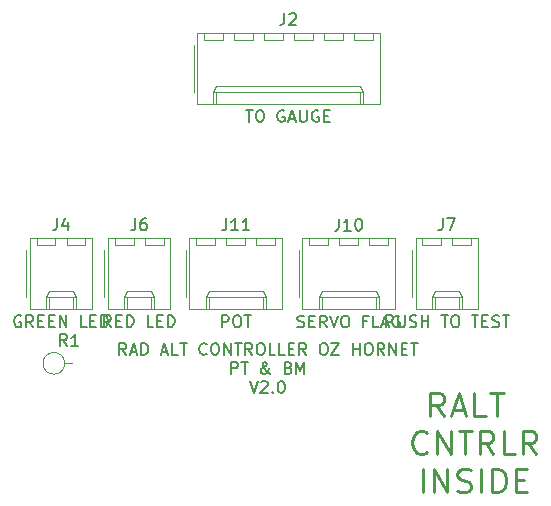
<source format=gbr>
G04 #@! TF.GenerationSoftware,KiCad,Pcbnew,7.0.9*
G04 #@! TF.CreationDate,2024-01-17T05:20:41+10:00*
G04 #@! TF.ProjectId,CONTROLLER_Radar Altimeter-V02,434f4e54-524f-44c4-9c45-525f52616461,1*
G04 #@! TF.SameCoordinates,Original*
G04 #@! TF.FileFunction,Legend,Top*
G04 #@! TF.FilePolarity,Positive*
%FSLAX46Y46*%
G04 Gerber Fmt 4.6, Leading zero omitted, Abs format (unit mm)*
G04 Created by KiCad (PCBNEW 7.0.9) date 2024-01-17 05:20:41*
%MOMM*%
%LPD*%
G01*
G04 APERTURE LIST*
%ADD10C,0.250000*%
%ADD11C,0.150000*%
%ADD12C,0.120000*%
G04 APERTURE END LIST*
D10*
X65688570Y-87302238D02*
X65021903Y-86349857D01*
X64545713Y-87302238D02*
X64545713Y-85302238D01*
X64545713Y-85302238D02*
X65307618Y-85302238D01*
X65307618Y-85302238D02*
X65498094Y-85397476D01*
X65498094Y-85397476D02*
X65593332Y-85492714D01*
X65593332Y-85492714D02*
X65688570Y-85683190D01*
X65688570Y-85683190D02*
X65688570Y-85968904D01*
X65688570Y-85968904D02*
X65593332Y-86159380D01*
X65593332Y-86159380D02*
X65498094Y-86254619D01*
X65498094Y-86254619D02*
X65307618Y-86349857D01*
X65307618Y-86349857D02*
X64545713Y-86349857D01*
X66450475Y-86730809D02*
X67402856Y-86730809D01*
X66259999Y-87302238D02*
X66926665Y-85302238D01*
X66926665Y-85302238D02*
X67593332Y-87302238D01*
X69212380Y-87302238D02*
X68259999Y-87302238D01*
X68259999Y-87302238D02*
X68259999Y-85302238D01*
X69593333Y-85302238D02*
X70736190Y-85302238D01*
X70164761Y-87302238D02*
X70164761Y-85302238D01*
X64259999Y-90331761D02*
X64164761Y-90427000D01*
X64164761Y-90427000D02*
X63879047Y-90522238D01*
X63879047Y-90522238D02*
X63688571Y-90522238D01*
X63688571Y-90522238D02*
X63402856Y-90427000D01*
X63402856Y-90427000D02*
X63212380Y-90236523D01*
X63212380Y-90236523D02*
X63117142Y-90046047D01*
X63117142Y-90046047D02*
X63021904Y-89665095D01*
X63021904Y-89665095D02*
X63021904Y-89379380D01*
X63021904Y-89379380D02*
X63117142Y-88998428D01*
X63117142Y-88998428D02*
X63212380Y-88807952D01*
X63212380Y-88807952D02*
X63402856Y-88617476D01*
X63402856Y-88617476D02*
X63688571Y-88522238D01*
X63688571Y-88522238D02*
X63879047Y-88522238D01*
X63879047Y-88522238D02*
X64164761Y-88617476D01*
X64164761Y-88617476D02*
X64259999Y-88712714D01*
X65117142Y-90522238D02*
X65117142Y-88522238D01*
X65117142Y-88522238D02*
X66259999Y-90522238D01*
X66259999Y-90522238D02*
X66259999Y-88522238D01*
X66926666Y-88522238D02*
X68069523Y-88522238D01*
X67498094Y-90522238D02*
X67498094Y-88522238D01*
X69879047Y-90522238D02*
X69212380Y-89569857D01*
X68736190Y-90522238D02*
X68736190Y-88522238D01*
X68736190Y-88522238D02*
X69498095Y-88522238D01*
X69498095Y-88522238D02*
X69688571Y-88617476D01*
X69688571Y-88617476D02*
X69783809Y-88712714D01*
X69783809Y-88712714D02*
X69879047Y-88903190D01*
X69879047Y-88903190D02*
X69879047Y-89188904D01*
X69879047Y-89188904D02*
X69783809Y-89379380D01*
X69783809Y-89379380D02*
X69688571Y-89474619D01*
X69688571Y-89474619D02*
X69498095Y-89569857D01*
X69498095Y-89569857D02*
X68736190Y-89569857D01*
X71688571Y-90522238D02*
X70736190Y-90522238D01*
X70736190Y-90522238D02*
X70736190Y-88522238D01*
X73498095Y-90522238D02*
X72831428Y-89569857D01*
X72355238Y-90522238D02*
X72355238Y-88522238D01*
X72355238Y-88522238D02*
X73117143Y-88522238D01*
X73117143Y-88522238D02*
X73307619Y-88617476D01*
X73307619Y-88617476D02*
X73402857Y-88712714D01*
X73402857Y-88712714D02*
X73498095Y-88903190D01*
X73498095Y-88903190D02*
X73498095Y-89188904D01*
X73498095Y-89188904D02*
X73402857Y-89379380D01*
X73402857Y-89379380D02*
X73307619Y-89474619D01*
X73307619Y-89474619D02*
X73117143Y-89569857D01*
X73117143Y-89569857D02*
X72355238Y-89569857D01*
X63879047Y-93742238D02*
X63879047Y-91742238D01*
X64831428Y-93742238D02*
X64831428Y-91742238D01*
X64831428Y-91742238D02*
X65974285Y-93742238D01*
X65974285Y-93742238D02*
X65974285Y-91742238D01*
X66831428Y-93647000D02*
X67117142Y-93742238D01*
X67117142Y-93742238D02*
X67593333Y-93742238D01*
X67593333Y-93742238D02*
X67783809Y-93647000D01*
X67783809Y-93647000D02*
X67879047Y-93551761D01*
X67879047Y-93551761D02*
X67974285Y-93361285D01*
X67974285Y-93361285D02*
X67974285Y-93170809D01*
X67974285Y-93170809D02*
X67879047Y-92980333D01*
X67879047Y-92980333D02*
X67783809Y-92885095D01*
X67783809Y-92885095D02*
X67593333Y-92789857D01*
X67593333Y-92789857D02*
X67212380Y-92694619D01*
X67212380Y-92694619D02*
X67021904Y-92599380D01*
X67021904Y-92599380D02*
X66926666Y-92504142D01*
X66926666Y-92504142D02*
X66831428Y-92313666D01*
X66831428Y-92313666D02*
X66831428Y-92123190D01*
X66831428Y-92123190D02*
X66926666Y-91932714D01*
X66926666Y-91932714D02*
X67021904Y-91837476D01*
X67021904Y-91837476D02*
X67212380Y-91742238D01*
X67212380Y-91742238D02*
X67688571Y-91742238D01*
X67688571Y-91742238D02*
X67974285Y-91837476D01*
X68831428Y-93742238D02*
X68831428Y-91742238D01*
X69783809Y-93742238D02*
X69783809Y-91742238D01*
X69783809Y-91742238D02*
X70259999Y-91742238D01*
X70259999Y-91742238D02*
X70545714Y-91837476D01*
X70545714Y-91837476D02*
X70736190Y-92027952D01*
X70736190Y-92027952D02*
X70831428Y-92218428D01*
X70831428Y-92218428D02*
X70926666Y-92599380D01*
X70926666Y-92599380D02*
X70926666Y-92885095D01*
X70926666Y-92885095D02*
X70831428Y-93266047D01*
X70831428Y-93266047D02*
X70736190Y-93456523D01*
X70736190Y-93456523D02*
X70545714Y-93647000D01*
X70545714Y-93647000D02*
X70259999Y-93742238D01*
X70259999Y-93742238D02*
X69783809Y-93742238D01*
X71783809Y-92694619D02*
X72450476Y-92694619D01*
X72736190Y-93742238D02*
X71783809Y-93742238D01*
X71783809Y-93742238D02*
X71783809Y-91742238D01*
X71783809Y-91742238D02*
X72736190Y-91742238D01*
D11*
X38783808Y-82104819D02*
X38450475Y-81628628D01*
X38212380Y-82104819D02*
X38212380Y-81104819D01*
X38212380Y-81104819D02*
X38593332Y-81104819D01*
X38593332Y-81104819D02*
X38688570Y-81152438D01*
X38688570Y-81152438D02*
X38736189Y-81200057D01*
X38736189Y-81200057D02*
X38783808Y-81295295D01*
X38783808Y-81295295D02*
X38783808Y-81438152D01*
X38783808Y-81438152D02*
X38736189Y-81533390D01*
X38736189Y-81533390D02*
X38688570Y-81581009D01*
X38688570Y-81581009D02*
X38593332Y-81628628D01*
X38593332Y-81628628D02*
X38212380Y-81628628D01*
X39164761Y-81819104D02*
X39640951Y-81819104D01*
X39069523Y-82104819D02*
X39402856Y-81104819D01*
X39402856Y-81104819D02*
X39736189Y-82104819D01*
X40069523Y-82104819D02*
X40069523Y-81104819D01*
X40069523Y-81104819D02*
X40307618Y-81104819D01*
X40307618Y-81104819D02*
X40450475Y-81152438D01*
X40450475Y-81152438D02*
X40545713Y-81247676D01*
X40545713Y-81247676D02*
X40593332Y-81342914D01*
X40593332Y-81342914D02*
X40640951Y-81533390D01*
X40640951Y-81533390D02*
X40640951Y-81676247D01*
X40640951Y-81676247D02*
X40593332Y-81866723D01*
X40593332Y-81866723D02*
X40545713Y-81961961D01*
X40545713Y-81961961D02*
X40450475Y-82057200D01*
X40450475Y-82057200D02*
X40307618Y-82104819D01*
X40307618Y-82104819D02*
X40069523Y-82104819D01*
X41783809Y-81819104D02*
X42259999Y-81819104D01*
X41688571Y-82104819D02*
X42021904Y-81104819D01*
X42021904Y-81104819D02*
X42355237Y-82104819D01*
X43164761Y-82104819D02*
X42688571Y-82104819D01*
X42688571Y-82104819D02*
X42688571Y-81104819D01*
X43355238Y-81104819D02*
X43926666Y-81104819D01*
X43640952Y-82104819D02*
X43640952Y-81104819D01*
X45593333Y-82009580D02*
X45545714Y-82057200D01*
X45545714Y-82057200D02*
X45402857Y-82104819D01*
X45402857Y-82104819D02*
X45307619Y-82104819D01*
X45307619Y-82104819D02*
X45164762Y-82057200D01*
X45164762Y-82057200D02*
X45069524Y-81961961D01*
X45069524Y-81961961D02*
X45021905Y-81866723D01*
X45021905Y-81866723D02*
X44974286Y-81676247D01*
X44974286Y-81676247D02*
X44974286Y-81533390D01*
X44974286Y-81533390D02*
X45021905Y-81342914D01*
X45021905Y-81342914D02*
X45069524Y-81247676D01*
X45069524Y-81247676D02*
X45164762Y-81152438D01*
X45164762Y-81152438D02*
X45307619Y-81104819D01*
X45307619Y-81104819D02*
X45402857Y-81104819D01*
X45402857Y-81104819D02*
X45545714Y-81152438D01*
X45545714Y-81152438D02*
X45593333Y-81200057D01*
X46212381Y-81104819D02*
X46402857Y-81104819D01*
X46402857Y-81104819D02*
X46498095Y-81152438D01*
X46498095Y-81152438D02*
X46593333Y-81247676D01*
X46593333Y-81247676D02*
X46640952Y-81438152D01*
X46640952Y-81438152D02*
X46640952Y-81771485D01*
X46640952Y-81771485D02*
X46593333Y-81961961D01*
X46593333Y-81961961D02*
X46498095Y-82057200D01*
X46498095Y-82057200D02*
X46402857Y-82104819D01*
X46402857Y-82104819D02*
X46212381Y-82104819D01*
X46212381Y-82104819D02*
X46117143Y-82057200D01*
X46117143Y-82057200D02*
X46021905Y-81961961D01*
X46021905Y-81961961D02*
X45974286Y-81771485D01*
X45974286Y-81771485D02*
X45974286Y-81438152D01*
X45974286Y-81438152D02*
X46021905Y-81247676D01*
X46021905Y-81247676D02*
X46117143Y-81152438D01*
X46117143Y-81152438D02*
X46212381Y-81104819D01*
X47069524Y-82104819D02*
X47069524Y-81104819D01*
X47069524Y-81104819D02*
X47640952Y-82104819D01*
X47640952Y-82104819D02*
X47640952Y-81104819D01*
X47974286Y-81104819D02*
X48545714Y-81104819D01*
X48260000Y-82104819D02*
X48260000Y-81104819D01*
X49450476Y-82104819D02*
X49117143Y-81628628D01*
X48879048Y-82104819D02*
X48879048Y-81104819D01*
X48879048Y-81104819D02*
X49260000Y-81104819D01*
X49260000Y-81104819D02*
X49355238Y-81152438D01*
X49355238Y-81152438D02*
X49402857Y-81200057D01*
X49402857Y-81200057D02*
X49450476Y-81295295D01*
X49450476Y-81295295D02*
X49450476Y-81438152D01*
X49450476Y-81438152D02*
X49402857Y-81533390D01*
X49402857Y-81533390D02*
X49355238Y-81581009D01*
X49355238Y-81581009D02*
X49260000Y-81628628D01*
X49260000Y-81628628D02*
X48879048Y-81628628D01*
X50069524Y-81104819D02*
X50260000Y-81104819D01*
X50260000Y-81104819D02*
X50355238Y-81152438D01*
X50355238Y-81152438D02*
X50450476Y-81247676D01*
X50450476Y-81247676D02*
X50498095Y-81438152D01*
X50498095Y-81438152D02*
X50498095Y-81771485D01*
X50498095Y-81771485D02*
X50450476Y-81961961D01*
X50450476Y-81961961D02*
X50355238Y-82057200D01*
X50355238Y-82057200D02*
X50260000Y-82104819D01*
X50260000Y-82104819D02*
X50069524Y-82104819D01*
X50069524Y-82104819D02*
X49974286Y-82057200D01*
X49974286Y-82057200D02*
X49879048Y-81961961D01*
X49879048Y-81961961D02*
X49831429Y-81771485D01*
X49831429Y-81771485D02*
X49831429Y-81438152D01*
X49831429Y-81438152D02*
X49879048Y-81247676D01*
X49879048Y-81247676D02*
X49974286Y-81152438D01*
X49974286Y-81152438D02*
X50069524Y-81104819D01*
X51402857Y-82104819D02*
X50926667Y-82104819D01*
X50926667Y-82104819D02*
X50926667Y-81104819D01*
X52212381Y-82104819D02*
X51736191Y-82104819D01*
X51736191Y-82104819D02*
X51736191Y-81104819D01*
X52545715Y-81581009D02*
X52879048Y-81581009D01*
X53021905Y-82104819D02*
X52545715Y-82104819D01*
X52545715Y-82104819D02*
X52545715Y-81104819D01*
X52545715Y-81104819D02*
X53021905Y-81104819D01*
X54021905Y-82104819D02*
X53688572Y-81628628D01*
X53450477Y-82104819D02*
X53450477Y-81104819D01*
X53450477Y-81104819D02*
X53831429Y-81104819D01*
X53831429Y-81104819D02*
X53926667Y-81152438D01*
X53926667Y-81152438D02*
X53974286Y-81200057D01*
X53974286Y-81200057D02*
X54021905Y-81295295D01*
X54021905Y-81295295D02*
X54021905Y-81438152D01*
X54021905Y-81438152D02*
X53974286Y-81533390D01*
X53974286Y-81533390D02*
X53926667Y-81581009D01*
X53926667Y-81581009D02*
X53831429Y-81628628D01*
X53831429Y-81628628D02*
X53450477Y-81628628D01*
X55402858Y-81104819D02*
X55593334Y-81104819D01*
X55593334Y-81104819D02*
X55688572Y-81152438D01*
X55688572Y-81152438D02*
X55783810Y-81247676D01*
X55783810Y-81247676D02*
X55831429Y-81438152D01*
X55831429Y-81438152D02*
X55831429Y-81771485D01*
X55831429Y-81771485D02*
X55783810Y-81961961D01*
X55783810Y-81961961D02*
X55688572Y-82057200D01*
X55688572Y-82057200D02*
X55593334Y-82104819D01*
X55593334Y-82104819D02*
X55402858Y-82104819D01*
X55402858Y-82104819D02*
X55307620Y-82057200D01*
X55307620Y-82057200D02*
X55212382Y-81961961D01*
X55212382Y-81961961D02*
X55164763Y-81771485D01*
X55164763Y-81771485D02*
X55164763Y-81438152D01*
X55164763Y-81438152D02*
X55212382Y-81247676D01*
X55212382Y-81247676D02*
X55307620Y-81152438D01*
X55307620Y-81152438D02*
X55402858Y-81104819D01*
X56164763Y-81104819D02*
X56831429Y-81104819D01*
X56831429Y-81104819D02*
X56164763Y-82104819D01*
X56164763Y-82104819D02*
X56831429Y-82104819D01*
X57974287Y-82104819D02*
X57974287Y-81104819D01*
X57974287Y-81581009D02*
X58545715Y-81581009D01*
X58545715Y-82104819D02*
X58545715Y-81104819D01*
X59212382Y-81104819D02*
X59402858Y-81104819D01*
X59402858Y-81104819D02*
X59498096Y-81152438D01*
X59498096Y-81152438D02*
X59593334Y-81247676D01*
X59593334Y-81247676D02*
X59640953Y-81438152D01*
X59640953Y-81438152D02*
X59640953Y-81771485D01*
X59640953Y-81771485D02*
X59593334Y-81961961D01*
X59593334Y-81961961D02*
X59498096Y-82057200D01*
X59498096Y-82057200D02*
X59402858Y-82104819D01*
X59402858Y-82104819D02*
X59212382Y-82104819D01*
X59212382Y-82104819D02*
X59117144Y-82057200D01*
X59117144Y-82057200D02*
X59021906Y-81961961D01*
X59021906Y-81961961D02*
X58974287Y-81771485D01*
X58974287Y-81771485D02*
X58974287Y-81438152D01*
X58974287Y-81438152D02*
X59021906Y-81247676D01*
X59021906Y-81247676D02*
X59117144Y-81152438D01*
X59117144Y-81152438D02*
X59212382Y-81104819D01*
X60640953Y-82104819D02*
X60307620Y-81628628D01*
X60069525Y-82104819D02*
X60069525Y-81104819D01*
X60069525Y-81104819D02*
X60450477Y-81104819D01*
X60450477Y-81104819D02*
X60545715Y-81152438D01*
X60545715Y-81152438D02*
X60593334Y-81200057D01*
X60593334Y-81200057D02*
X60640953Y-81295295D01*
X60640953Y-81295295D02*
X60640953Y-81438152D01*
X60640953Y-81438152D02*
X60593334Y-81533390D01*
X60593334Y-81533390D02*
X60545715Y-81581009D01*
X60545715Y-81581009D02*
X60450477Y-81628628D01*
X60450477Y-81628628D02*
X60069525Y-81628628D01*
X61069525Y-82104819D02*
X61069525Y-81104819D01*
X61069525Y-81104819D02*
X61640953Y-82104819D01*
X61640953Y-82104819D02*
X61640953Y-81104819D01*
X62117144Y-81581009D02*
X62450477Y-81581009D01*
X62593334Y-82104819D02*
X62117144Y-82104819D01*
X62117144Y-82104819D02*
X62117144Y-81104819D01*
X62117144Y-81104819D02*
X62593334Y-81104819D01*
X62879049Y-81104819D02*
X63450477Y-81104819D01*
X63164763Y-82104819D02*
X63164763Y-81104819D01*
X47664762Y-83714819D02*
X47664762Y-82714819D01*
X47664762Y-82714819D02*
X48045714Y-82714819D01*
X48045714Y-82714819D02*
X48140952Y-82762438D01*
X48140952Y-82762438D02*
X48188571Y-82810057D01*
X48188571Y-82810057D02*
X48236190Y-82905295D01*
X48236190Y-82905295D02*
X48236190Y-83048152D01*
X48236190Y-83048152D02*
X48188571Y-83143390D01*
X48188571Y-83143390D02*
X48140952Y-83191009D01*
X48140952Y-83191009D02*
X48045714Y-83238628D01*
X48045714Y-83238628D02*
X47664762Y-83238628D01*
X48521905Y-82714819D02*
X49093333Y-82714819D01*
X48807619Y-83714819D02*
X48807619Y-82714819D01*
X50998096Y-83714819D02*
X50950477Y-83714819D01*
X50950477Y-83714819D02*
X50855238Y-83667200D01*
X50855238Y-83667200D02*
X50712381Y-83524342D01*
X50712381Y-83524342D02*
X50474286Y-83238628D01*
X50474286Y-83238628D02*
X50379048Y-83095771D01*
X50379048Y-83095771D02*
X50331429Y-82952914D01*
X50331429Y-82952914D02*
X50331429Y-82857676D01*
X50331429Y-82857676D02*
X50379048Y-82762438D01*
X50379048Y-82762438D02*
X50474286Y-82714819D01*
X50474286Y-82714819D02*
X50521905Y-82714819D01*
X50521905Y-82714819D02*
X50617143Y-82762438D01*
X50617143Y-82762438D02*
X50664762Y-82857676D01*
X50664762Y-82857676D02*
X50664762Y-82905295D01*
X50664762Y-82905295D02*
X50617143Y-83000533D01*
X50617143Y-83000533D02*
X50569524Y-83048152D01*
X50569524Y-83048152D02*
X50283810Y-83238628D01*
X50283810Y-83238628D02*
X50236191Y-83286247D01*
X50236191Y-83286247D02*
X50188572Y-83381485D01*
X50188572Y-83381485D02*
X50188572Y-83524342D01*
X50188572Y-83524342D02*
X50236191Y-83619580D01*
X50236191Y-83619580D02*
X50283810Y-83667200D01*
X50283810Y-83667200D02*
X50379048Y-83714819D01*
X50379048Y-83714819D02*
X50521905Y-83714819D01*
X50521905Y-83714819D02*
X50617143Y-83667200D01*
X50617143Y-83667200D02*
X50664762Y-83619580D01*
X50664762Y-83619580D02*
X50807619Y-83429104D01*
X50807619Y-83429104D02*
X50855238Y-83286247D01*
X50855238Y-83286247D02*
X50855238Y-83191009D01*
X52521905Y-83191009D02*
X52664762Y-83238628D01*
X52664762Y-83238628D02*
X52712381Y-83286247D01*
X52712381Y-83286247D02*
X52760000Y-83381485D01*
X52760000Y-83381485D02*
X52760000Y-83524342D01*
X52760000Y-83524342D02*
X52712381Y-83619580D01*
X52712381Y-83619580D02*
X52664762Y-83667200D01*
X52664762Y-83667200D02*
X52569524Y-83714819D01*
X52569524Y-83714819D02*
X52188572Y-83714819D01*
X52188572Y-83714819D02*
X52188572Y-82714819D01*
X52188572Y-82714819D02*
X52521905Y-82714819D01*
X52521905Y-82714819D02*
X52617143Y-82762438D01*
X52617143Y-82762438D02*
X52664762Y-82810057D01*
X52664762Y-82810057D02*
X52712381Y-82905295D01*
X52712381Y-82905295D02*
X52712381Y-83000533D01*
X52712381Y-83000533D02*
X52664762Y-83095771D01*
X52664762Y-83095771D02*
X52617143Y-83143390D01*
X52617143Y-83143390D02*
X52521905Y-83191009D01*
X52521905Y-83191009D02*
X52188572Y-83191009D01*
X53188572Y-83714819D02*
X53188572Y-82714819D01*
X53188572Y-82714819D02*
X53521905Y-83429104D01*
X53521905Y-83429104D02*
X53855238Y-82714819D01*
X53855238Y-82714819D02*
X53855238Y-83714819D01*
X49236191Y-84324819D02*
X49569524Y-85324819D01*
X49569524Y-85324819D02*
X49902857Y-84324819D01*
X50188572Y-84420057D02*
X50236191Y-84372438D01*
X50236191Y-84372438D02*
X50331429Y-84324819D01*
X50331429Y-84324819D02*
X50569524Y-84324819D01*
X50569524Y-84324819D02*
X50664762Y-84372438D01*
X50664762Y-84372438D02*
X50712381Y-84420057D01*
X50712381Y-84420057D02*
X50760000Y-84515295D01*
X50760000Y-84515295D02*
X50760000Y-84610533D01*
X50760000Y-84610533D02*
X50712381Y-84753390D01*
X50712381Y-84753390D02*
X50140953Y-85324819D01*
X50140953Y-85324819D02*
X50760000Y-85324819D01*
X51188572Y-85229580D02*
X51236191Y-85277200D01*
X51236191Y-85277200D02*
X51188572Y-85324819D01*
X51188572Y-85324819D02*
X51140953Y-85277200D01*
X51140953Y-85277200D02*
X51188572Y-85229580D01*
X51188572Y-85229580D02*
X51188572Y-85324819D01*
X51855238Y-84324819D02*
X51950476Y-84324819D01*
X51950476Y-84324819D02*
X52045714Y-84372438D01*
X52045714Y-84372438D02*
X52093333Y-84420057D01*
X52093333Y-84420057D02*
X52140952Y-84515295D01*
X52140952Y-84515295D02*
X52188571Y-84705771D01*
X52188571Y-84705771D02*
X52188571Y-84943866D01*
X52188571Y-84943866D02*
X52140952Y-85134342D01*
X52140952Y-85134342D02*
X52093333Y-85229580D01*
X52093333Y-85229580D02*
X52045714Y-85277200D01*
X52045714Y-85277200D02*
X51950476Y-85324819D01*
X51950476Y-85324819D02*
X51855238Y-85324819D01*
X51855238Y-85324819D02*
X51760000Y-85277200D01*
X51760000Y-85277200D02*
X51712381Y-85229580D01*
X51712381Y-85229580D02*
X51664762Y-85134342D01*
X51664762Y-85134342D02*
X51617143Y-84943866D01*
X51617143Y-84943866D02*
X51617143Y-84705771D01*
X51617143Y-84705771D02*
X51664762Y-84515295D01*
X51664762Y-84515295D02*
X51712381Y-84420057D01*
X51712381Y-84420057D02*
X51760000Y-84372438D01*
X51760000Y-84372438D02*
X51855238Y-84324819D01*
X65596666Y-70544819D02*
X65596666Y-71259104D01*
X65596666Y-71259104D02*
X65549047Y-71401961D01*
X65549047Y-71401961D02*
X65453809Y-71497200D01*
X65453809Y-71497200D02*
X65310952Y-71544819D01*
X65310952Y-71544819D02*
X65215714Y-71544819D01*
X65977619Y-70544819D02*
X66644285Y-70544819D01*
X66644285Y-70544819D02*
X66215714Y-71544819D01*
X60787142Y-79744819D02*
X60787142Y-78744819D01*
X60787142Y-78744819D02*
X61168094Y-78744819D01*
X61168094Y-78744819D02*
X61263332Y-78792438D01*
X61263332Y-78792438D02*
X61310951Y-78840057D01*
X61310951Y-78840057D02*
X61358570Y-78935295D01*
X61358570Y-78935295D02*
X61358570Y-79078152D01*
X61358570Y-79078152D02*
X61310951Y-79173390D01*
X61310951Y-79173390D02*
X61263332Y-79221009D01*
X61263332Y-79221009D02*
X61168094Y-79268628D01*
X61168094Y-79268628D02*
X60787142Y-79268628D01*
X61787142Y-78744819D02*
X61787142Y-79554342D01*
X61787142Y-79554342D02*
X61834761Y-79649580D01*
X61834761Y-79649580D02*
X61882380Y-79697200D01*
X61882380Y-79697200D02*
X61977618Y-79744819D01*
X61977618Y-79744819D02*
X62168094Y-79744819D01*
X62168094Y-79744819D02*
X62263332Y-79697200D01*
X62263332Y-79697200D02*
X62310951Y-79649580D01*
X62310951Y-79649580D02*
X62358570Y-79554342D01*
X62358570Y-79554342D02*
X62358570Y-78744819D01*
X62787142Y-79697200D02*
X62929999Y-79744819D01*
X62929999Y-79744819D02*
X63168094Y-79744819D01*
X63168094Y-79744819D02*
X63263332Y-79697200D01*
X63263332Y-79697200D02*
X63310951Y-79649580D01*
X63310951Y-79649580D02*
X63358570Y-79554342D01*
X63358570Y-79554342D02*
X63358570Y-79459104D01*
X63358570Y-79459104D02*
X63310951Y-79363866D01*
X63310951Y-79363866D02*
X63263332Y-79316247D01*
X63263332Y-79316247D02*
X63168094Y-79268628D01*
X63168094Y-79268628D02*
X62977618Y-79221009D01*
X62977618Y-79221009D02*
X62882380Y-79173390D01*
X62882380Y-79173390D02*
X62834761Y-79125771D01*
X62834761Y-79125771D02*
X62787142Y-79030533D01*
X62787142Y-79030533D02*
X62787142Y-78935295D01*
X62787142Y-78935295D02*
X62834761Y-78840057D01*
X62834761Y-78840057D02*
X62882380Y-78792438D01*
X62882380Y-78792438D02*
X62977618Y-78744819D01*
X62977618Y-78744819D02*
X63215713Y-78744819D01*
X63215713Y-78744819D02*
X63358570Y-78792438D01*
X63787142Y-79744819D02*
X63787142Y-78744819D01*
X63787142Y-79221009D02*
X64358570Y-79221009D01*
X64358570Y-79744819D02*
X64358570Y-78744819D01*
X65453809Y-78744819D02*
X66025237Y-78744819D01*
X65739523Y-79744819D02*
X65739523Y-78744819D01*
X66549047Y-78744819D02*
X66739523Y-78744819D01*
X66739523Y-78744819D02*
X66834761Y-78792438D01*
X66834761Y-78792438D02*
X66929999Y-78887676D01*
X66929999Y-78887676D02*
X66977618Y-79078152D01*
X66977618Y-79078152D02*
X66977618Y-79411485D01*
X66977618Y-79411485D02*
X66929999Y-79601961D01*
X66929999Y-79601961D02*
X66834761Y-79697200D01*
X66834761Y-79697200D02*
X66739523Y-79744819D01*
X66739523Y-79744819D02*
X66549047Y-79744819D01*
X66549047Y-79744819D02*
X66453809Y-79697200D01*
X66453809Y-79697200D02*
X66358571Y-79601961D01*
X66358571Y-79601961D02*
X66310952Y-79411485D01*
X66310952Y-79411485D02*
X66310952Y-79078152D01*
X66310952Y-79078152D02*
X66358571Y-78887676D01*
X66358571Y-78887676D02*
X66453809Y-78792438D01*
X66453809Y-78792438D02*
X66549047Y-78744819D01*
X68025238Y-78744819D02*
X68596666Y-78744819D01*
X68310952Y-79744819D02*
X68310952Y-78744819D01*
X68930000Y-79221009D02*
X69263333Y-79221009D01*
X69406190Y-79744819D02*
X68930000Y-79744819D01*
X68930000Y-79744819D02*
X68930000Y-78744819D01*
X68930000Y-78744819D02*
X69406190Y-78744819D01*
X69787143Y-79697200D02*
X69930000Y-79744819D01*
X69930000Y-79744819D02*
X70168095Y-79744819D01*
X70168095Y-79744819D02*
X70263333Y-79697200D01*
X70263333Y-79697200D02*
X70310952Y-79649580D01*
X70310952Y-79649580D02*
X70358571Y-79554342D01*
X70358571Y-79554342D02*
X70358571Y-79459104D01*
X70358571Y-79459104D02*
X70310952Y-79363866D01*
X70310952Y-79363866D02*
X70263333Y-79316247D01*
X70263333Y-79316247D02*
X70168095Y-79268628D01*
X70168095Y-79268628D02*
X69977619Y-79221009D01*
X69977619Y-79221009D02*
X69882381Y-79173390D01*
X69882381Y-79173390D02*
X69834762Y-79125771D01*
X69834762Y-79125771D02*
X69787143Y-79030533D01*
X69787143Y-79030533D02*
X69787143Y-78935295D01*
X69787143Y-78935295D02*
X69834762Y-78840057D01*
X69834762Y-78840057D02*
X69882381Y-78792438D01*
X69882381Y-78792438D02*
X69977619Y-78744819D01*
X69977619Y-78744819D02*
X70215714Y-78744819D01*
X70215714Y-78744819D02*
X70358571Y-78792438D01*
X70644286Y-78744819D02*
X71215714Y-78744819D01*
X70930000Y-79744819D02*
X70930000Y-78744819D01*
X32926666Y-70544819D02*
X32926666Y-71259104D01*
X32926666Y-71259104D02*
X32879047Y-71401961D01*
X32879047Y-71401961D02*
X32783809Y-71497200D01*
X32783809Y-71497200D02*
X32640952Y-71544819D01*
X32640952Y-71544819D02*
X32545714Y-71544819D01*
X33831428Y-70878152D02*
X33831428Y-71544819D01*
X33593333Y-70497200D02*
X33355238Y-71211485D01*
X33355238Y-71211485D02*
X33974285Y-71211485D01*
X29855237Y-78792438D02*
X29759999Y-78744819D01*
X29759999Y-78744819D02*
X29617142Y-78744819D01*
X29617142Y-78744819D02*
X29474285Y-78792438D01*
X29474285Y-78792438D02*
X29379047Y-78887676D01*
X29379047Y-78887676D02*
X29331428Y-78982914D01*
X29331428Y-78982914D02*
X29283809Y-79173390D01*
X29283809Y-79173390D02*
X29283809Y-79316247D01*
X29283809Y-79316247D02*
X29331428Y-79506723D01*
X29331428Y-79506723D02*
X29379047Y-79601961D01*
X29379047Y-79601961D02*
X29474285Y-79697200D01*
X29474285Y-79697200D02*
X29617142Y-79744819D01*
X29617142Y-79744819D02*
X29712380Y-79744819D01*
X29712380Y-79744819D02*
X29855237Y-79697200D01*
X29855237Y-79697200D02*
X29902856Y-79649580D01*
X29902856Y-79649580D02*
X29902856Y-79316247D01*
X29902856Y-79316247D02*
X29712380Y-79316247D01*
X30902856Y-79744819D02*
X30569523Y-79268628D01*
X30331428Y-79744819D02*
X30331428Y-78744819D01*
X30331428Y-78744819D02*
X30712380Y-78744819D01*
X30712380Y-78744819D02*
X30807618Y-78792438D01*
X30807618Y-78792438D02*
X30855237Y-78840057D01*
X30855237Y-78840057D02*
X30902856Y-78935295D01*
X30902856Y-78935295D02*
X30902856Y-79078152D01*
X30902856Y-79078152D02*
X30855237Y-79173390D01*
X30855237Y-79173390D02*
X30807618Y-79221009D01*
X30807618Y-79221009D02*
X30712380Y-79268628D01*
X30712380Y-79268628D02*
X30331428Y-79268628D01*
X31331428Y-79221009D02*
X31664761Y-79221009D01*
X31807618Y-79744819D02*
X31331428Y-79744819D01*
X31331428Y-79744819D02*
X31331428Y-78744819D01*
X31331428Y-78744819D02*
X31807618Y-78744819D01*
X32236190Y-79221009D02*
X32569523Y-79221009D01*
X32712380Y-79744819D02*
X32236190Y-79744819D01*
X32236190Y-79744819D02*
X32236190Y-78744819D01*
X32236190Y-78744819D02*
X32712380Y-78744819D01*
X33140952Y-79744819D02*
X33140952Y-78744819D01*
X33140952Y-78744819D02*
X33712380Y-79744819D01*
X33712380Y-79744819D02*
X33712380Y-78744819D01*
X35426666Y-79744819D02*
X34950476Y-79744819D01*
X34950476Y-79744819D02*
X34950476Y-78744819D01*
X35760000Y-79221009D02*
X36093333Y-79221009D01*
X36236190Y-79744819D02*
X35760000Y-79744819D01*
X35760000Y-79744819D02*
X35760000Y-78744819D01*
X35760000Y-78744819D02*
X36236190Y-78744819D01*
X36664762Y-79744819D02*
X36664762Y-78744819D01*
X36664762Y-78744819D02*
X36902857Y-78744819D01*
X36902857Y-78744819D02*
X37045714Y-78792438D01*
X37045714Y-78792438D02*
X37140952Y-78887676D01*
X37140952Y-78887676D02*
X37188571Y-78982914D01*
X37188571Y-78982914D02*
X37236190Y-79173390D01*
X37236190Y-79173390D02*
X37236190Y-79316247D01*
X37236190Y-79316247D02*
X37188571Y-79506723D01*
X37188571Y-79506723D02*
X37140952Y-79601961D01*
X37140952Y-79601961D02*
X37045714Y-79697200D01*
X37045714Y-79697200D02*
X36902857Y-79744819D01*
X36902857Y-79744819D02*
X36664762Y-79744819D01*
X47250476Y-70544819D02*
X47250476Y-71259104D01*
X47250476Y-71259104D02*
X47202857Y-71401961D01*
X47202857Y-71401961D02*
X47107619Y-71497200D01*
X47107619Y-71497200D02*
X46964762Y-71544819D01*
X46964762Y-71544819D02*
X46869524Y-71544819D01*
X48250476Y-71544819D02*
X47679048Y-71544819D01*
X47964762Y-71544819D02*
X47964762Y-70544819D01*
X47964762Y-70544819D02*
X47869524Y-70687676D01*
X47869524Y-70687676D02*
X47774286Y-70782914D01*
X47774286Y-70782914D02*
X47679048Y-70830533D01*
X49202857Y-71544819D02*
X48631429Y-71544819D01*
X48917143Y-71544819D02*
X48917143Y-70544819D01*
X48917143Y-70544819D02*
X48821905Y-70687676D01*
X48821905Y-70687676D02*
X48726667Y-70782914D01*
X48726667Y-70782914D02*
X48631429Y-70830533D01*
X46893333Y-79744819D02*
X46893333Y-78744819D01*
X46893333Y-78744819D02*
X47274285Y-78744819D01*
X47274285Y-78744819D02*
X47369523Y-78792438D01*
X47369523Y-78792438D02*
X47417142Y-78840057D01*
X47417142Y-78840057D02*
X47464761Y-78935295D01*
X47464761Y-78935295D02*
X47464761Y-79078152D01*
X47464761Y-79078152D02*
X47417142Y-79173390D01*
X47417142Y-79173390D02*
X47369523Y-79221009D01*
X47369523Y-79221009D02*
X47274285Y-79268628D01*
X47274285Y-79268628D02*
X46893333Y-79268628D01*
X48083809Y-78744819D02*
X48274285Y-78744819D01*
X48274285Y-78744819D02*
X48369523Y-78792438D01*
X48369523Y-78792438D02*
X48464761Y-78887676D01*
X48464761Y-78887676D02*
X48512380Y-79078152D01*
X48512380Y-79078152D02*
X48512380Y-79411485D01*
X48512380Y-79411485D02*
X48464761Y-79601961D01*
X48464761Y-79601961D02*
X48369523Y-79697200D01*
X48369523Y-79697200D02*
X48274285Y-79744819D01*
X48274285Y-79744819D02*
X48083809Y-79744819D01*
X48083809Y-79744819D02*
X47988571Y-79697200D01*
X47988571Y-79697200D02*
X47893333Y-79601961D01*
X47893333Y-79601961D02*
X47845714Y-79411485D01*
X47845714Y-79411485D02*
X47845714Y-79078152D01*
X47845714Y-79078152D02*
X47893333Y-78887676D01*
X47893333Y-78887676D02*
X47988571Y-78792438D01*
X47988571Y-78792438D02*
X48083809Y-78744819D01*
X48798095Y-78744819D02*
X49369523Y-78744819D01*
X49083809Y-79744819D02*
X49083809Y-78744819D01*
X52176666Y-53164819D02*
X52176666Y-53879104D01*
X52176666Y-53879104D02*
X52129047Y-54021961D01*
X52129047Y-54021961D02*
X52033809Y-54117200D01*
X52033809Y-54117200D02*
X51890952Y-54164819D01*
X51890952Y-54164819D02*
X51795714Y-54164819D01*
X52605238Y-53260057D02*
X52652857Y-53212438D01*
X52652857Y-53212438D02*
X52748095Y-53164819D01*
X52748095Y-53164819D02*
X52986190Y-53164819D01*
X52986190Y-53164819D02*
X53081428Y-53212438D01*
X53081428Y-53212438D02*
X53129047Y-53260057D01*
X53129047Y-53260057D02*
X53176666Y-53355295D01*
X53176666Y-53355295D02*
X53176666Y-53450533D01*
X53176666Y-53450533D02*
X53129047Y-53593390D01*
X53129047Y-53593390D02*
X52557619Y-54164819D01*
X52557619Y-54164819D02*
X53176666Y-54164819D01*
X48914762Y-61364819D02*
X49486190Y-61364819D01*
X49200476Y-62364819D02*
X49200476Y-61364819D01*
X50010000Y-61364819D02*
X50200476Y-61364819D01*
X50200476Y-61364819D02*
X50295714Y-61412438D01*
X50295714Y-61412438D02*
X50390952Y-61507676D01*
X50390952Y-61507676D02*
X50438571Y-61698152D01*
X50438571Y-61698152D02*
X50438571Y-62031485D01*
X50438571Y-62031485D02*
X50390952Y-62221961D01*
X50390952Y-62221961D02*
X50295714Y-62317200D01*
X50295714Y-62317200D02*
X50200476Y-62364819D01*
X50200476Y-62364819D02*
X50010000Y-62364819D01*
X50010000Y-62364819D02*
X49914762Y-62317200D01*
X49914762Y-62317200D02*
X49819524Y-62221961D01*
X49819524Y-62221961D02*
X49771905Y-62031485D01*
X49771905Y-62031485D02*
X49771905Y-61698152D01*
X49771905Y-61698152D02*
X49819524Y-61507676D01*
X49819524Y-61507676D02*
X49914762Y-61412438D01*
X49914762Y-61412438D02*
X50010000Y-61364819D01*
X52152857Y-61412438D02*
X52057619Y-61364819D01*
X52057619Y-61364819D02*
X51914762Y-61364819D01*
X51914762Y-61364819D02*
X51771905Y-61412438D01*
X51771905Y-61412438D02*
X51676667Y-61507676D01*
X51676667Y-61507676D02*
X51629048Y-61602914D01*
X51629048Y-61602914D02*
X51581429Y-61793390D01*
X51581429Y-61793390D02*
X51581429Y-61936247D01*
X51581429Y-61936247D02*
X51629048Y-62126723D01*
X51629048Y-62126723D02*
X51676667Y-62221961D01*
X51676667Y-62221961D02*
X51771905Y-62317200D01*
X51771905Y-62317200D02*
X51914762Y-62364819D01*
X51914762Y-62364819D02*
X52010000Y-62364819D01*
X52010000Y-62364819D02*
X52152857Y-62317200D01*
X52152857Y-62317200D02*
X52200476Y-62269580D01*
X52200476Y-62269580D02*
X52200476Y-61936247D01*
X52200476Y-61936247D02*
X52010000Y-61936247D01*
X52581429Y-62079104D02*
X53057619Y-62079104D01*
X52486191Y-62364819D02*
X52819524Y-61364819D01*
X52819524Y-61364819D02*
X53152857Y-62364819D01*
X53486191Y-61364819D02*
X53486191Y-62174342D01*
X53486191Y-62174342D02*
X53533810Y-62269580D01*
X53533810Y-62269580D02*
X53581429Y-62317200D01*
X53581429Y-62317200D02*
X53676667Y-62364819D01*
X53676667Y-62364819D02*
X53867143Y-62364819D01*
X53867143Y-62364819D02*
X53962381Y-62317200D01*
X53962381Y-62317200D02*
X54010000Y-62269580D01*
X54010000Y-62269580D02*
X54057619Y-62174342D01*
X54057619Y-62174342D02*
X54057619Y-61364819D01*
X55057619Y-61412438D02*
X54962381Y-61364819D01*
X54962381Y-61364819D02*
X54819524Y-61364819D01*
X54819524Y-61364819D02*
X54676667Y-61412438D01*
X54676667Y-61412438D02*
X54581429Y-61507676D01*
X54581429Y-61507676D02*
X54533810Y-61602914D01*
X54533810Y-61602914D02*
X54486191Y-61793390D01*
X54486191Y-61793390D02*
X54486191Y-61936247D01*
X54486191Y-61936247D02*
X54533810Y-62126723D01*
X54533810Y-62126723D02*
X54581429Y-62221961D01*
X54581429Y-62221961D02*
X54676667Y-62317200D01*
X54676667Y-62317200D02*
X54819524Y-62364819D01*
X54819524Y-62364819D02*
X54914762Y-62364819D01*
X54914762Y-62364819D02*
X55057619Y-62317200D01*
X55057619Y-62317200D02*
X55105238Y-62269580D01*
X55105238Y-62269580D02*
X55105238Y-61936247D01*
X55105238Y-61936247D02*
X54914762Y-61936247D01*
X55533810Y-61841009D02*
X55867143Y-61841009D01*
X56010000Y-62364819D02*
X55533810Y-62364819D01*
X55533810Y-62364819D02*
X55533810Y-61364819D01*
X55533810Y-61364819D02*
X56010000Y-61364819D01*
X33763333Y-81344819D02*
X33430000Y-80868628D01*
X33191905Y-81344819D02*
X33191905Y-80344819D01*
X33191905Y-80344819D02*
X33572857Y-80344819D01*
X33572857Y-80344819D02*
X33668095Y-80392438D01*
X33668095Y-80392438D02*
X33715714Y-80440057D01*
X33715714Y-80440057D02*
X33763333Y-80535295D01*
X33763333Y-80535295D02*
X33763333Y-80678152D01*
X33763333Y-80678152D02*
X33715714Y-80773390D01*
X33715714Y-80773390D02*
X33668095Y-80821009D01*
X33668095Y-80821009D02*
X33572857Y-80868628D01*
X33572857Y-80868628D02*
X33191905Y-80868628D01*
X34715714Y-81344819D02*
X34144286Y-81344819D01*
X34430000Y-81344819D02*
X34430000Y-80344819D01*
X34430000Y-80344819D02*
X34334762Y-80487676D01*
X34334762Y-80487676D02*
X34239524Y-80582914D01*
X34239524Y-80582914D02*
X34144286Y-80630533D01*
X56800476Y-70564819D02*
X56800476Y-71279104D01*
X56800476Y-71279104D02*
X56752857Y-71421961D01*
X56752857Y-71421961D02*
X56657619Y-71517200D01*
X56657619Y-71517200D02*
X56514762Y-71564819D01*
X56514762Y-71564819D02*
X56419524Y-71564819D01*
X57800476Y-71564819D02*
X57229048Y-71564819D01*
X57514762Y-71564819D02*
X57514762Y-70564819D01*
X57514762Y-70564819D02*
X57419524Y-70707676D01*
X57419524Y-70707676D02*
X57324286Y-70802914D01*
X57324286Y-70802914D02*
X57229048Y-70850533D01*
X58419524Y-70564819D02*
X58514762Y-70564819D01*
X58514762Y-70564819D02*
X58610000Y-70612438D01*
X58610000Y-70612438D02*
X58657619Y-70660057D01*
X58657619Y-70660057D02*
X58705238Y-70755295D01*
X58705238Y-70755295D02*
X58752857Y-70945771D01*
X58752857Y-70945771D02*
X58752857Y-71183866D01*
X58752857Y-71183866D02*
X58705238Y-71374342D01*
X58705238Y-71374342D02*
X58657619Y-71469580D01*
X58657619Y-71469580D02*
X58610000Y-71517200D01*
X58610000Y-71517200D02*
X58514762Y-71564819D01*
X58514762Y-71564819D02*
X58419524Y-71564819D01*
X58419524Y-71564819D02*
X58324286Y-71517200D01*
X58324286Y-71517200D02*
X58276667Y-71469580D01*
X58276667Y-71469580D02*
X58229048Y-71374342D01*
X58229048Y-71374342D02*
X58181429Y-71183866D01*
X58181429Y-71183866D02*
X58181429Y-70945771D01*
X58181429Y-70945771D02*
X58229048Y-70755295D01*
X58229048Y-70755295D02*
X58276667Y-70660057D01*
X58276667Y-70660057D02*
X58324286Y-70612438D01*
X58324286Y-70612438D02*
X58419524Y-70564819D01*
X53276666Y-79717200D02*
X53419523Y-79764819D01*
X53419523Y-79764819D02*
X53657618Y-79764819D01*
X53657618Y-79764819D02*
X53752856Y-79717200D01*
X53752856Y-79717200D02*
X53800475Y-79669580D01*
X53800475Y-79669580D02*
X53848094Y-79574342D01*
X53848094Y-79574342D02*
X53848094Y-79479104D01*
X53848094Y-79479104D02*
X53800475Y-79383866D01*
X53800475Y-79383866D02*
X53752856Y-79336247D01*
X53752856Y-79336247D02*
X53657618Y-79288628D01*
X53657618Y-79288628D02*
X53467142Y-79241009D01*
X53467142Y-79241009D02*
X53371904Y-79193390D01*
X53371904Y-79193390D02*
X53324285Y-79145771D01*
X53324285Y-79145771D02*
X53276666Y-79050533D01*
X53276666Y-79050533D02*
X53276666Y-78955295D01*
X53276666Y-78955295D02*
X53324285Y-78860057D01*
X53324285Y-78860057D02*
X53371904Y-78812438D01*
X53371904Y-78812438D02*
X53467142Y-78764819D01*
X53467142Y-78764819D02*
X53705237Y-78764819D01*
X53705237Y-78764819D02*
X53848094Y-78812438D01*
X54276666Y-79241009D02*
X54609999Y-79241009D01*
X54752856Y-79764819D02*
X54276666Y-79764819D01*
X54276666Y-79764819D02*
X54276666Y-78764819D01*
X54276666Y-78764819D02*
X54752856Y-78764819D01*
X55752856Y-79764819D02*
X55419523Y-79288628D01*
X55181428Y-79764819D02*
X55181428Y-78764819D01*
X55181428Y-78764819D02*
X55562380Y-78764819D01*
X55562380Y-78764819D02*
X55657618Y-78812438D01*
X55657618Y-78812438D02*
X55705237Y-78860057D01*
X55705237Y-78860057D02*
X55752856Y-78955295D01*
X55752856Y-78955295D02*
X55752856Y-79098152D01*
X55752856Y-79098152D02*
X55705237Y-79193390D01*
X55705237Y-79193390D02*
X55657618Y-79241009D01*
X55657618Y-79241009D02*
X55562380Y-79288628D01*
X55562380Y-79288628D02*
X55181428Y-79288628D01*
X56038571Y-78764819D02*
X56371904Y-79764819D01*
X56371904Y-79764819D02*
X56705237Y-78764819D01*
X57229047Y-78764819D02*
X57419523Y-78764819D01*
X57419523Y-78764819D02*
X57514761Y-78812438D01*
X57514761Y-78812438D02*
X57609999Y-78907676D01*
X57609999Y-78907676D02*
X57657618Y-79098152D01*
X57657618Y-79098152D02*
X57657618Y-79431485D01*
X57657618Y-79431485D02*
X57609999Y-79621961D01*
X57609999Y-79621961D02*
X57514761Y-79717200D01*
X57514761Y-79717200D02*
X57419523Y-79764819D01*
X57419523Y-79764819D02*
X57229047Y-79764819D01*
X57229047Y-79764819D02*
X57133809Y-79717200D01*
X57133809Y-79717200D02*
X57038571Y-79621961D01*
X57038571Y-79621961D02*
X56990952Y-79431485D01*
X56990952Y-79431485D02*
X56990952Y-79098152D01*
X56990952Y-79098152D02*
X57038571Y-78907676D01*
X57038571Y-78907676D02*
X57133809Y-78812438D01*
X57133809Y-78812438D02*
X57229047Y-78764819D01*
X59181428Y-79241009D02*
X58848095Y-79241009D01*
X58848095Y-79764819D02*
X58848095Y-78764819D01*
X58848095Y-78764819D02*
X59324285Y-78764819D01*
X60181428Y-79764819D02*
X59705238Y-79764819D01*
X59705238Y-79764819D02*
X59705238Y-78764819D01*
X60467143Y-79479104D02*
X60943333Y-79479104D01*
X60371905Y-79764819D02*
X60705238Y-78764819D01*
X60705238Y-78764819D02*
X61038571Y-79764819D01*
X61895714Y-78812438D02*
X61800476Y-78764819D01*
X61800476Y-78764819D02*
X61657619Y-78764819D01*
X61657619Y-78764819D02*
X61514762Y-78812438D01*
X61514762Y-78812438D02*
X61419524Y-78907676D01*
X61419524Y-78907676D02*
X61371905Y-79002914D01*
X61371905Y-79002914D02*
X61324286Y-79193390D01*
X61324286Y-79193390D02*
X61324286Y-79336247D01*
X61324286Y-79336247D02*
X61371905Y-79526723D01*
X61371905Y-79526723D02*
X61419524Y-79621961D01*
X61419524Y-79621961D02*
X61514762Y-79717200D01*
X61514762Y-79717200D02*
X61657619Y-79764819D01*
X61657619Y-79764819D02*
X61752857Y-79764819D01*
X61752857Y-79764819D02*
X61895714Y-79717200D01*
X61895714Y-79717200D02*
X61943333Y-79669580D01*
X61943333Y-79669580D02*
X61943333Y-79336247D01*
X61943333Y-79336247D02*
X61752857Y-79336247D01*
X39546666Y-70544819D02*
X39546666Y-71259104D01*
X39546666Y-71259104D02*
X39499047Y-71401961D01*
X39499047Y-71401961D02*
X39403809Y-71497200D01*
X39403809Y-71497200D02*
X39260952Y-71544819D01*
X39260952Y-71544819D02*
X39165714Y-71544819D01*
X40451428Y-70544819D02*
X40260952Y-70544819D01*
X40260952Y-70544819D02*
X40165714Y-70592438D01*
X40165714Y-70592438D02*
X40118095Y-70640057D01*
X40118095Y-70640057D02*
X40022857Y-70782914D01*
X40022857Y-70782914D02*
X39975238Y-70973390D01*
X39975238Y-70973390D02*
X39975238Y-71354342D01*
X39975238Y-71354342D02*
X40022857Y-71449580D01*
X40022857Y-71449580D02*
X40070476Y-71497200D01*
X40070476Y-71497200D02*
X40165714Y-71544819D01*
X40165714Y-71544819D02*
X40356190Y-71544819D01*
X40356190Y-71544819D02*
X40451428Y-71497200D01*
X40451428Y-71497200D02*
X40499047Y-71449580D01*
X40499047Y-71449580D02*
X40546666Y-71354342D01*
X40546666Y-71354342D02*
X40546666Y-71116247D01*
X40546666Y-71116247D02*
X40499047Y-71021009D01*
X40499047Y-71021009D02*
X40451428Y-70973390D01*
X40451428Y-70973390D02*
X40356190Y-70925771D01*
X40356190Y-70925771D02*
X40165714Y-70925771D01*
X40165714Y-70925771D02*
X40070476Y-70973390D01*
X40070476Y-70973390D02*
X40022857Y-71021009D01*
X40022857Y-71021009D02*
X39975238Y-71116247D01*
X37499047Y-79744819D02*
X37165714Y-79268628D01*
X36927619Y-79744819D02*
X36927619Y-78744819D01*
X36927619Y-78744819D02*
X37308571Y-78744819D01*
X37308571Y-78744819D02*
X37403809Y-78792438D01*
X37403809Y-78792438D02*
X37451428Y-78840057D01*
X37451428Y-78840057D02*
X37499047Y-78935295D01*
X37499047Y-78935295D02*
X37499047Y-79078152D01*
X37499047Y-79078152D02*
X37451428Y-79173390D01*
X37451428Y-79173390D02*
X37403809Y-79221009D01*
X37403809Y-79221009D02*
X37308571Y-79268628D01*
X37308571Y-79268628D02*
X36927619Y-79268628D01*
X37927619Y-79221009D02*
X38260952Y-79221009D01*
X38403809Y-79744819D02*
X37927619Y-79744819D01*
X37927619Y-79744819D02*
X37927619Y-78744819D01*
X37927619Y-78744819D02*
X38403809Y-78744819D01*
X38832381Y-79744819D02*
X38832381Y-78744819D01*
X38832381Y-78744819D02*
X39070476Y-78744819D01*
X39070476Y-78744819D02*
X39213333Y-78792438D01*
X39213333Y-78792438D02*
X39308571Y-78887676D01*
X39308571Y-78887676D02*
X39356190Y-78982914D01*
X39356190Y-78982914D02*
X39403809Y-79173390D01*
X39403809Y-79173390D02*
X39403809Y-79316247D01*
X39403809Y-79316247D02*
X39356190Y-79506723D01*
X39356190Y-79506723D02*
X39308571Y-79601961D01*
X39308571Y-79601961D02*
X39213333Y-79697200D01*
X39213333Y-79697200D02*
X39070476Y-79744819D01*
X39070476Y-79744819D02*
X38832381Y-79744819D01*
X41070476Y-79744819D02*
X40594286Y-79744819D01*
X40594286Y-79744819D02*
X40594286Y-78744819D01*
X41403810Y-79221009D02*
X41737143Y-79221009D01*
X41880000Y-79744819D02*
X41403810Y-79744819D01*
X41403810Y-79744819D02*
X41403810Y-78744819D01*
X41403810Y-78744819D02*
X41880000Y-78744819D01*
X42308572Y-79744819D02*
X42308572Y-78744819D01*
X42308572Y-78744819D02*
X42546667Y-78744819D01*
X42546667Y-78744819D02*
X42689524Y-78792438D01*
X42689524Y-78792438D02*
X42784762Y-78887676D01*
X42784762Y-78887676D02*
X42832381Y-78982914D01*
X42832381Y-78982914D02*
X42880000Y-79173390D01*
X42880000Y-79173390D02*
X42880000Y-79316247D01*
X42880000Y-79316247D02*
X42832381Y-79506723D01*
X42832381Y-79506723D02*
X42784762Y-79601961D01*
X42784762Y-79601961D02*
X42689524Y-79697200D01*
X42689524Y-79697200D02*
X42546667Y-79744819D01*
X42546667Y-79744819D02*
X42308572Y-79744819D01*
D12*
X68580000Y-78200000D02*
X68580000Y-72180000D01*
X68580000Y-72180000D02*
X63280000Y-72180000D01*
X62990000Y-73210000D02*
X62990000Y-77210000D01*
X64660000Y-77200000D02*
X67200000Y-77200000D01*
X68000000Y-72780000D02*
X68000000Y-72180000D01*
X66950000Y-78200000D02*
X66950000Y-77200000D01*
X64660000Y-77200000D02*
X64910000Y-76670000D01*
X64910000Y-78200000D02*
X64910000Y-77200000D01*
X66400000Y-72180000D02*
X66400000Y-72780000D01*
X64660000Y-78200000D02*
X64660000Y-77200000D01*
X67200000Y-77200000D02*
X67200000Y-78200000D01*
X66950000Y-76670000D02*
X67200000Y-77200000D01*
X63860000Y-72180000D02*
X63860000Y-72780000D01*
X63280000Y-78200000D02*
X68580000Y-78200000D01*
X66400000Y-72780000D02*
X68000000Y-72780000D01*
X63860000Y-72780000D02*
X65460000Y-72780000D01*
X64910000Y-76670000D02*
X66950000Y-76670000D01*
X65460000Y-72780000D02*
X65460000Y-72180000D01*
X63280000Y-72180000D02*
X63280000Y-78200000D01*
X32240000Y-78200000D02*
X32240000Y-77200000D01*
X35910000Y-78200000D02*
X35910000Y-72180000D01*
X34530000Y-77200000D02*
X34530000Y-78200000D01*
X30320000Y-73210000D02*
X30320000Y-77210000D01*
X31190000Y-72180000D02*
X31190000Y-72780000D01*
X31990000Y-77200000D02*
X34530000Y-77200000D01*
X33730000Y-72780000D02*
X35330000Y-72780000D01*
X32240000Y-76670000D02*
X34280000Y-76670000D01*
X35910000Y-72180000D02*
X30610000Y-72180000D01*
X33730000Y-72180000D02*
X33730000Y-72780000D01*
X32790000Y-72780000D02*
X32790000Y-72180000D01*
X31990000Y-78200000D02*
X31990000Y-77200000D01*
X34280000Y-76670000D02*
X34530000Y-77200000D01*
X30610000Y-72180000D02*
X30610000Y-78200000D01*
X31190000Y-72780000D02*
X32790000Y-72780000D01*
X34280000Y-78200000D02*
X34280000Y-77200000D01*
X30610000Y-78200000D02*
X35910000Y-78200000D01*
X31990000Y-77200000D02*
X32240000Y-76670000D01*
X35330000Y-72780000D02*
X35330000Y-72180000D01*
X45770000Y-78200000D02*
X45770000Y-77200000D01*
X51980000Y-72180000D02*
X44140000Y-72180000D01*
X49800000Y-72180000D02*
X49800000Y-72780000D01*
X44140000Y-78200000D02*
X51980000Y-78200000D01*
X51400000Y-72780000D02*
X51400000Y-72180000D01*
X44140000Y-72180000D02*
X44140000Y-78200000D01*
X44720000Y-72780000D02*
X46320000Y-72780000D01*
X47260000Y-72780000D02*
X48860000Y-72780000D01*
X46320000Y-72780000D02*
X46320000Y-72180000D01*
X45520000Y-77200000D02*
X50600000Y-77200000D01*
X50350000Y-78200000D02*
X50350000Y-77200000D01*
X47260000Y-72180000D02*
X47260000Y-72780000D01*
X51980000Y-78200000D02*
X51980000Y-72180000D01*
X50350000Y-76670000D02*
X50600000Y-77200000D01*
X45520000Y-78200000D02*
X45520000Y-77200000D01*
X49800000Y-72780000D02*
X51400000Y-72780000D01*
X45770000Y-76670000D02*
X50350000Y-76670000D01*
X45520000Y-77200000D02*
X45770000Y-76670000D01*
X48860000Y-72780000D02*
X48860000Y-72180000D01*
X43850000Y-73210000D02*
X43850000Y-77210000D01*
X50600000Y-77200000D02*
X50600000Y-78200000D01*
X44720000Y-72180000D02*
X44720000Y-72780000D01*
X58860000Y-59820000D02*
X58860000Y-60820000D01*
X60240000Y-60820000D02*
X60240000Y-54800000D01*
X44780000Y-54800000D02*
X44780000Y-60820000D01*
X47900000Y-55400000D02*
X49500000Y-55400000D01*
X54580000Y-55400000D02*
X54580000Y-54800000D01*
X52040000Y-55400000D02*
X52040000Y-54800000D01*
X50440000Y-55400000D02*
X52040000Y-55400000D01*
X47900000Y-54800000D02*
X47900000Y-55400000D01*
X44490000Y-55830000D02*
X44490000Y-59830000D01*
X60240000Y-54800000D02*
X44780000Y-54800000D01*
X55520000Y-55400000D02*
X57120000Y-55400000D01*
X45360000Y-54800000D02*
X45360000Y-55400000D01*
X58610000Y-60820000D02*
X58610000Y-59820000D01*
X46410000Y-59290000D02*
X58610000Y-59290000D01*
X55520000Y-54800000D02*
X55520000Y-55400000D01*
X46960000Y-55400000D02*
X46960000Y-54800000D01*
X45360000Y-55400000D02*
X46960000Y-55400000D01*
X46160000Y-60820000D02*
X46160000Y-59820000D01*
X58060000Y-55400000D02*
X59660000Y-55400000D01*
X58610000Y-59290000D02*
X58860000Y-59820000D01*
X50440000Y-54800000D02*
X50440000Y-55400000D01*
X46410000Y-60820000D02*
X46410000Y-59820000D01*
X52980000Y-55400000D02*
X54580000Y-55400000D01*
X59660000Y-55400000D02*
X59660000Y-54800000D01*
X57120000Y-55400000D02*
X57120000Y-54800000D01*
X46160000Y-59820000D02*
X46410000Y-59290000D01*
X46160000Y-59820000D02*
X58860000Y-59820000D01*
X58060000Y-54800000D02*
X58060000Y-55400000D01*
X49500000Y-55400000D02*
X49500000Y-54800000D01*
X52980000Y-54800000D02*
X52980000Y-55400000D01*
X44780000Y-60820000D02*
X60240000Y-60820000D01*
X33580000Y-82810000D02*
X34200000Y-82810000D01*
X33580000Y-82810000D02*
G75*
G03*
X33580000Y-82810000I-920000J0D01*
G01*
X55070000Y-77220000D02*
X55320000Y-76690000D01*
X59900000Y-78220000D02*
X59900000Y-77220000D01*
X59900000Y-76690000D02*
X60150000Y-77220000D01*
X55320000Y-76690000D02*
X59900000Y-76690000D01*
X60950000Y-72800000D02*
X60950000Y-72200000D01*
X60150000Y-77220000D02*
X60150000Y-78220000D01*
X54270000Y-72800000D02*
X55870000Y-72800000D01*
X53690000Y-78220000D02*
X61530000Y-78220000D01*
X59350000Y-72800000D02*
X60950000Y-72800000D01*
X61530000Y-78220000D02*
X61530000Y-72200000D01*
X56810000Y-72200000D02*
X56810000Y-72800000D01*
X58410000Y-72800000D02*
X58410000Y-72200000D01*
X59350000Y-72200000D02*
X59350000Y-72800000D01*
X55070000Y-77220000D02*
X60150000Y-77220000D01*
X53400000Y-73230000D02*
X53400000Y-77230000D01*
X56810000Y-72800000D02*
X58410000Y-72800000D01*
X54270000Y-72200000D02*
X54270000Y-72800000D01*
X55070000Y-78220000D02*
X55070000Y-77220000D01*
X53690000Y-72200000D02*
X53690000Y-78220000D01*
X55320000Y-78220000D02*
X55320000Y-77220000D01*
X55870000Y-72800000D02*
X55870000Y-72200000D01*
X61530000Y-72200000D02*
X53690000Y-72200000D01*
X40350000Y-72780000D02*
X41950000Y-72780000D01*
X41950000Y-72780000D02*
X41950000Y-72180000D01*
X38610000Y-77200000D02*
X41150000Y-77200000D01*
X38860000Y-78200000D02*
X38860000Y-77200000D01*
X40350000Y-72180000D02*
X40350000Y-72780000D01*
X37230000Y-78200000D02*
X42530000Y-78200000D01*
X39410000Y-72780000D02*
X39410000Y-72180000D01*
X41150000Y-77200000D02*
X41150000Y-78200000D01*
X38610000Y-77200000D02*
X38860000Y-76670000D01*
X42530000Y-78200000D02*
X42530000Y-72180000D01*
X37230000Y-72180000D02*
X37230000Y-78200000D01*
X40900000Y-78200000D02*
X40900000Y-77200000D01*
X37810000Y-72180000D02*
X37810000Y-72780000D01*
X37810000Y-72780000D02*
X39410000Y-72780000D01*
X40900000Y-76670000D02*
X41150000Y-77200000D01*
X38860000Y-76670000D02*
X40900000Y-76670000D01*
X36940000Y-73210000D02*
X36940000Y-77210000D01*
X42530000Y-72180000D02*
X37230000Y-72180000D01*
X38610000Y-78200000D02*
X38610000Y-77200000D01*
M02*

</source>
